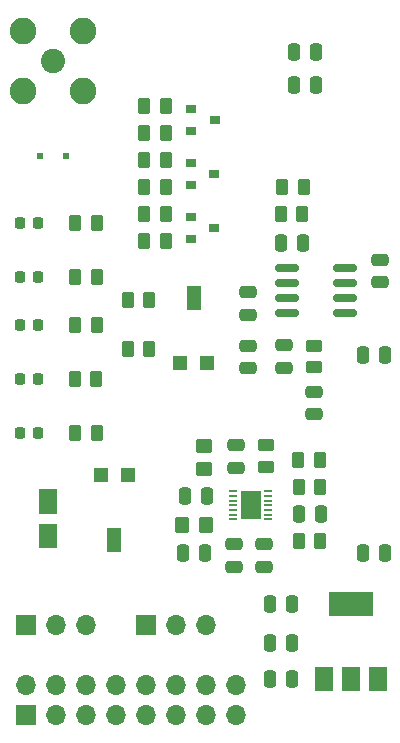
<source format=gts>
%TF.GenerationSoftware,KiCad,Pcbnew,(6.0.1)*%
%TF.CreationDate,2022-01-31T22:44:09+01:00*%
%TF.ProjectId,TRX_Board,5452585f-426f-4617-9264-2e6b69636164,V 1.0a*%
%TF.SameCoordinates,Original*%
%TF.FileFunction,Soldermask,Top*%
%TF.FilePolarity,Negative*%
%FSLAX46Y46*%
G04 Gerber Fmt 4.6, Leading zero omitted, Abs format (unit mm)*
G04 Created by KiCad (PCBNEW (6.0.1)) date 2022-01-31 22:44:09*
%MOMM*%
%LPD*%
G01*
G04 APERTURE LIST*
G04 Aperture macros list*
%AMRoundRect*
0 Rectangle with rounded corners*
0 $1 Rounding radius*
0 $2 $3 $4 $5 $6 $7 $8 $9 X,Y pos of 4 corners*
0 Add a 4 corners polygon primitive as box body*
4,1,4,$2,$3,$4,$5,$6,$7,$8,$9,$2,$3,0*
0 Add four circle primitives for the rounded corners*
1,1,$1+$1,$2,$3*
1,1,$1+$1,$4,$5*
1,1,$1+$1,$6,$7*
1,1,$1+$1,$8,$9*
0 Add four rect primitives between the rounded corners*
20,1,$1+$1,$2,$3,$4,$5,0*
20,1,$1+$1,$4,$5,$6,$7,0*
20,1,$1+$1,$6,$7,$8,$9,0*
20,1,$1+$1,$8,$9,$2,$3,0*%
%AMFreePoly0*
4,1,6,1.000000,0.000000,0.500000,-0.750000,-0.500000,-0.750000,-0.500000,0.750000,0.500000,0.750000,1.000000,0.000000,1.000000,0.000000,$1*%
G04 Aperture macros list end*
%ADD10RoundRect,0.250000X-0.475000X0.250000X-0.475000X-0.250000X0.475000X-0.250000X0.475000X0.250000X0*%
%ADD11RoundRect,0.250000X0.250000X0.475000X-0.250000X0.475000X-0.250000X-0.475000X0.250000X-0.475000X0*%
%ADD12RoundRect,0.250000X0.475000X-0.250000X0.475000X0.250000X-0.475000X0.250000X-0.475000X-0.250000X0*%
%ADD13RoundRect,0.250000X-0.250000X-0.475000X0.250000X-0.475000X0.250000X0.475000X-0.250000X0.475000X0*%
%ADD14C,2.050000*%
%ADD15C,2.250000*%
%ADD16R,1.700000X1.700000*%
%ADD17O,1.700000X1.700000*%
%ADD18R,0.900000X0.800000*%
%ADD19RoundRect,0.249999X-0.262501X-0.450001X0.262501X-0.450001X0.262501X0.450001X-0.262501X0.450001X0*%
%ADD20RoundRect,0.249999X0.262501X0.450001X-0.262501X0.450001X-0.262501X-0.450001X0.262501X-0.450001X0*%
%ADD21RoundRect,0.249999X-0.450001X0.262501X-0.450001X-0.262501X0.450001X-0.262501X0.450001X0.262501X0*%
%ADD22RoundRect,0.249999X0.450001X-0.262501X0.450001X0.262501X-0.450001X0.262501X-0.450001X-0.262501X0*%
%ADD23R,1.500000X2.000000*%
%ADD24R,3.800000X2.000000*%
%ADD25RoundRect,0.150000X-0.825000X-0.150000X0.825000X-0.150000X0.825000X0.150000X-0.825000X0.150000X0*%
%ADD26R,0.700000X0.250000*%
%ADD27R,1.780000X2.350000*%
%ADD28R,1.300000X1.300000*%
%ADD29R,1.300000X2.000000*%
%ADD30RoundRect,0.249999X-0.450001X0.350001X-0.450001X-0.350001X0.450001X-0.350001X0.450001X0.350001X0*%
%ADD31RoundRect,0.249999X-0.350001X-0.450001X0.350001X-0.450001X0.350001X0.450001X-0.350001X0.450001X0*%
%ADD32RoundRect,0.218750X-0.218750X-0.256250X0.218750X-0.256250X0.218750X0.256250X-0.218750X0.256250X0*%
%ADD33R,1.500000X1.500000*%
%ADD34FreePoly0,90.000000*%
%ADD35FreePoly0,270.000000*%
%ADD36C,0.610000*%
G04 APERTURE END LIST*
D10*
%TO.C,C1*%
X126746000Y-93157000D03*
X126746000Y-95057000D03*
%TD*%
D11*
%TO.C,C2*%
X130490000Y-121412000D03*
X128590000Y-121412000D03*
%TD*%
%TO.C,C3*%
X138364000Y-110744000D03*
X136464000Y-110744000D03*
%TD*%
D10*
%TO.C,C4*%
X126746000Y-88646000D03*
X126746000Y-90546000D03*
%TD*%
D12*
%TO.C,C5*%
X137922000Y-87818000D03*
X137922000Y-85918000D03*
%TD*%
D13*
%TO.C,C6*%
X129540000Y-84455000D03*
X131440000Y-84455000D03*
%TD*%
D11*
%TO.C,C7*%
X130490000Y-115062000D03*
X128590000Y-115062000D03*
%TD*%
D10*
%TO.C,C8*%
X132334000Y-97094000D03*
X132334000Y-98994000D03*
%TD*%
D11*
%TO.C,C9*%
X130490000Y-118364000D03*
X128590000Y-118364000D03*
%TD*%
D10*
%TO.C,C10*%
X129794000Y-93141800D03*
X129794000Y-95041800D03*
%TD*%
%TO.C,C11*%
X125603000Y-109982000D03*
X125603000Y-111882000D03*
%TD*%
D11*
%TO.C,C12*%
X132522000Y-71120000D03*
X130622000Y-71120000D03*
%TD*%
%TO.C,C13*%
X132522000Y-68326000D03*
X130622000Y-68326000D03*
%TD*%
%TO.C,C14*%
X138364000Y-93980000D03*
X136464000Y-93980000D03*
%TD*%
D10*
%TO.C,C15*%
X128143000Y-109982000D03*
X128143000Y-111882000D03*
%TD*%
%TO.C,C16*%
X125730000Y-101600000D03*
X125730000Y-103500000D03*
%TD*%
D11*
%TO.C,C17*%
X132964000Y-107442000D03*
X131064000Y-107442000D03*
%TD*%
%TO.C,C18*%
X123317000Y-105918000D03*
X121417000Y-105918000D03*
%TD*%
%TO.C,C19*%
X123124000Y-110744000D03*
X121224000Y-110744000D03*
%TD*%
D14*
%TO.C,J2*%
X110236000Y-69088000D03*
D15*
X107696000Y-66548000D03*
X112776000Y-71628000D03*
X112776000Y-66548000D03*
X107696000Y-71628000D03*
%TD*%
D16*
%TO.C,J3*%
X107950000Y-116840000D03*
D17*
X110490000Y-116840000D03*
X113030000Y-116840000D03*
%TD*%
D18*
%TO.C,Q1*%
X121936000Y-73091000D03*
X121936000Y-74991000D03*
X123936000Y-74041000D03*
%TD*%
%TO.C,Q2*%
X121920000Y-77663000D03*
X121920000Y-79563000D03*
X123920000Y-78613000D03*
%TD*%
%TO.C,Q3*%
X121920000Y-82235000D03*
X121920000Y-84135000D03*
X123920000Y-83185000D03*
%TD*%
D19*
%TO.C,R1*%
X129540000Y-82042000D03*
X131365000Y-82042000D03*
%TD*%
D20*
%TO.C,R2*%
X119808000Y-82042000D03*
X117983000Y-82042000D03*
%TD*%
%TO.C,R3*%
X119784500Y-75184000D03*
X117959500Y-75184000D03*
%TD*%
%TO.C,R4*%
X131468500Y-79756000D03*
X129643500Y-79756000D03*
%TD*%
%TO.C,R5*%
X119808000Y-79756000D03*
X117983000Y-79756000D03*
%TD*%
%TO.C,R6*%
X119784500Y-72898000D03*
X117959500Y-72898000D03*
%TD*%
%TO.C,R7*%
X119784500Y-77470000D03*
X117959500Y-77470000D03*
%TD*%
%TO.C,R8*%
X119808000Y-84328000D03*
X117983000Y-84328000D03*
%TD*%
D19*
%TO.C,R9*%
X116562500Y-89281000D03*
X118387500Y-89281000D03*
%TD*%
D21*
%TO.C,R10*%
X132334000Y-93169100D03*
X132334000Y-94994100D03*
%TD*%
D20*
%TO.C,R11*%
X118411000Y-93472000D03*
X116586000Y-93472000D03*
%TD*%
D22*
%TO.C,R12*%
X128270000Y-103425000D03*
X128270000Y-101600000D03*
%TD*%
D19*
%TO.C,R14*%
X131064000Y-105156000D03*
X132889000Y-105156000D03*
%TD*%
%TO.C,R15*%
X131064000Y-109728000D03*
X132889000Y-109728000D03*
%TD*%
D23*
%TO.C,U1*%
X133209000Y-121362000D03*
D24*
X135509000Y-115062000D03*
D23*
X135509000Y-121362000D03*
X137809000Y-121362000D03*
%TD*%
D25*
%TO.C,U2*%
X130048000Y-86614000D03*
X130048000Y-87884000D03*
X130048000Y-89154000D03*
X130048000Y-90424000D03*
X134998000Y-90424000D03*
X134998000Y-89154000D03*
X134998000Y-87884000D03*
X134998000Y-86614000D03*
%TD*%
D26*
%TO.C,U4*%
X125525000Y-105480000D03*
X125525000Y-105880000D03*
X125525000Y-106280000D03*
X125525000Y-106680000D03*
X125525000Y-107080000D03*
X125525000Y-107480000D03*
X125525000Y-107880000D03*
X128475000Y-107880000D03*
X128475000Y-107480000D03*
X128475000Y-107080000D03*
X128475000Y-106680000D03*
X128475000Y-106280000D03*
X128475000Y-105880000D03*
X128475000Y-105480000D03*
D27*
X127000000Y-106680000D03*
%TD*%
D28*
%TO.C,RV1*%
X123324000Y-94654000D03*
D29*
X122174000Y-89154000D03*
D28*
X121024000Y-94654000D03*
%TD*%
%TO.C,RV2*%
X114300000Y-104140000D03*
D29*
X115450000Y-109640000D03*
D28*
X116600000Y-104140000D03*
%TD*%
D30*
%TO.C,L1*%
X123063000Y-101632000D03*
X123063000Y-103632000D03*
%TD*%
D31*
%TO.C,L2*%
X121190000Y-108331000D03*
X123190000Y-108331000D03*
%TD*%
D32*
%TO.C,D1*%
X107416500Y-91440000D03*
X108991500Y-91440000D03*
%TD*%
%TO.C,D3*%
X107416500Y-100584000D03*
X108991500Y-100584000D03*
%TD*%
%TO.C,D4*%
X107442000Y-82804000D03*
X109017000Y-82804000D03*
%TD*%
%TO.C,D5*%
X107416500Y-87376000D03*
X108991500Y-87376000D03*
%TD*%
D19*
%TO.C,R16*%
X112141000Y-91440000D03*
X113966000Y-91440000D03*
%TD*%
%TO.C,R17*%
X112094000Y-96012000D03*
X113919000Y-96012000D03*
%TD*%
%TO.C,R19*%
X112117500Y-82804000D03*
X113942500Y-82804000D03*
%TD*%
%TO.C,R20*%
X112141000Y-87376000D03*
X113966000Y-87376000D03*
%TD*%
D16*
%TO.C,J1*%
X107950000Y-124460000D03*
D17*
X107950000Y-121920000D03*
X110490000Y-124460000D03*
X110490000Y-121920000D03*
X113030000Y-124460000D03*
X113030000Y-121920000D03*
X115570000Y-124460000D03*
X115570000Y-121920000D03*
X118110000Y-124460000D03*
X118110000Y-121920000D03*
X120650000Y-124460000D03*
X120650000Y-121920000D03*
X123190000Y-124460000D03*
X123190000Y-121920000D03*
X125730000Y-124460000D03*
X125730000Y-121920000D03*
%TD*%
D16*
%TO.C,J4*%
X118110000Y-116840000D03*
D17*
X120650000Y-116840000D03*
X123190000Y-116840000D03*
%TD*%
D32*
%TO.C,D2*%
X107416500Y-96012000D03*
X108991500Y-96012000D03*
%TD*%
D20*
%TO.C,R13*%
X132842000Y-102870000D03*
X131017000Y-102870000D03*
%TD*%
D19*
%TO.C,R18*%
X112117500Y-100584000D03*
X113942500Y-100584000D03*
%TD*%
D33*
%TO.C,J5*%
X109855000Y-106623000D03*
X109855000Y-109023000D03*
D34*
X109855000Y-109823000D03*
D35*
X109855000Y-105823000D03*
%TD*%
D36*
%TO.C,FL1*%
X109131000Y-77115000D03*
X111341000Y-77115000D03*
%TD*%
M02*

</source>
